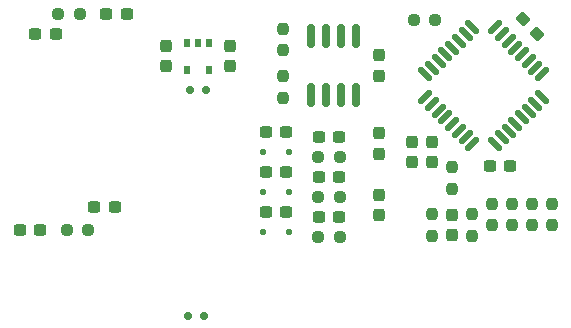
<source format=gbr>
%TF.GenerationSoftware,KiCad,Pcbnew,8.0.6-8.0.6-0~ubuntu22.04.1*%
%TF.CreationDate,2024-11-01T23:26:47+09:00*%
%TF.ProjectId,blmd_hardware,626c6d64-5f68-4617-9264-776172652e6b,rev?*%
%TF.SameCoordinates,Original*%
%TF.FileFunction,Paste,Bot*%
%TF.FilePolarity,Positive*%
%FSLAX46Y46*%
G04 Gerber Fmt 4.6, Leading zero omitted, Abs format (unit mm)*
G04 Created by KiCad (PCBNEW 8.0.6-8.0.6-0~ubuntu22.04.1) date 2024-11-01 23:26:47*
%MOMM*%
%LPD*%
G01*
G04 APERTURE LIST*
G04 Aperture macros list*
%AMRoundRect*
0 Rectangle with rounded corners*
0 $1 Rounding radius*
0 $2 $3 $4 $5 $6 $7 $8 $9 X,Y pos of 4 corners*
0 Add a 4 corners polygon primitive as box body*
4,1,4,$2,$3,$4,$5,$6,$7,$8,$9,$2,$3,0*
0 Add four circle primitives for the rounded corners*
1,1,$1+$1,$2,$3*
1,1,$1+$1,$4,$5*
1,1,$1+$1,$6,$7*
1,1,$1+$1,$8,$9*
0 Add four rect primitives between the rounded corners*
20,1,$1+$1,$2,$3,$4,$5,0*
20,1,$1+$1,$4,$5,$6,$7,0*
20,1,$1+$1,$6,$7,$8,$9,0*
20,1,$1+$1,$8,$9,$2,$3,0*%
G04 Aperture macros list end*
%ADD10RoundRect,0.237500X0.237500X-0.250000X0.237500X0.250000X-0.237500X0.250000X-0.237500X-0.250000X0*%
%ADD11RoundRect,0.150000X-0.150000X-0.200000X0.150000X-0.200000X0.150000X0.200000X-0.150000X0.200000X0*%
%ADD12RoundRect,0.237500X0.237500X-0.300000X0.237500X0.300000X-0.237500X0.300000X-0.237500X-0.300000X0*%
%ADD13R,0.510000X0.700000*%
%ADD14RoundRect,0.237500X-0.300000X-0.237500X0.300000X-0.237500X0.300000X0.237500X-0.300000X0.237500X0*%
%ADD15RoundRect,0.237500X0.300000X0.237500X-0.300000X0.237500X-0.300000X-0.237500X0.300000X-0.237500X0*%
%ADD16RoundRect,0.237500X-0.237500X0.250000X-0.237500X-0.250000X0.237500X-0.250000X0.237500X0.250000X0*%
%ADD17RoundRect,0.237500X-0.250000X-0.237500X0.250000X-0.237500X0.250000X0.237500X-0.250000X0.237500X0*%
%ADD18RoundRect,0.125000X0.125000X0.125000X-0.125000X0.125000X-0.125000X-0.125000X0.125000X-0.125000X0*%
%ADD19RoundRect,0.237500X0.250000X0.237500X-0.250000X0.237500X-0.250000X-0.237500X0.250000X-0.237500X0*%
%ADD20RoundRect,0.150000X-0.150000X0.825000X-0.150000X-0.825000X0.150000X-0.825000X0.150000X0.825000X0*%
%ADD21RoundRect,0.237500X-0.237500X0.300000X-0.237500X-0.300000X0.237500X-0.300000X0.237500X0.300000X0*%
%ADD22RoundRect,0.237500X0.380070X-0.044194X-0.044194X0.380070X-0.380070X0.044194X0.044194X-0.380070X0*%
%ADD23RoundRect,0.125000X0.353553X0.530330X-0.530330X-0.353553X-0.353553X-0.530330X0.530330X0.353553X0*%
%ADD24RoundRect,0.125000X-0.353553X0.530330X-0.530330X0.353553X0.353553X-0.530330X0.530330X-0.353553X0*%
G04 APERTURE END LIST*
D10*
%TO.C,R1*%
X76200000Y-58612500D03*
X76200000Y-56787500D03*
%TD*%
D11*
%TO.C,D1*%
X69530000Y-77100000D03*
X68130000Y-77100000D03*
%TD*%
D12*
%TO.C,C10*%
X87100000Y-64062500D03*
X87100000Y-62337500D03*
%TD*%
D13*
%TO.C,U8*%
X68050000Y-53940000D03*
X69000000Y-53940000D03*
X69950000Y-53940000D03*
X69950000Y-56260000D03*
X68050000Y-56260000D03*
%TD*%
D14*
%TO.C,C6*%
X79237500Y-65300000D03*
X80962500Y-65300000D03*
%TD*%
D15*
%TO.C,C21*%
X95462500Y-64400000D03*
X93737500Y-64400000D03*
%TD*%
D12*
%TO.C,C19*%
X71700000Y-55962500D03*
X71700000Y-54237500D03*
%TD*%
D14*
%TO.C,C3*%
X74737500Y-64900000D03*
X76462500Y-64900000D03*
%TD*%
%TO.C,C15*%
X60237500Y-67900000D03*
X61962500Y-67900000D03*
%TD*%
D16*
%TO.C,R12*%
X92200000Y-68487500D03*
X92200000Y-70312500D03*
%TD*%
D10*
%TO.C,R16*%
X97300000Y-69412500D03*
X97300000Y-67587500D03*
%TD*%
D14*
%TO.C,C18*%
X61237500Y-51500000D03*
X62962500Y-51500000D03*
%TD*%
D12*
%TO.C,C22*%
X88800000Y-64062500D03*
X88800000Y-62337500D03*
%TD*%
D10*
%TO.C,R18*%
X93900000Y-69412500D03*
X93900000Y-67587500D03*
%TD*%
D17*
%TO.C,R23*%
X57887500Y-69800000D03*
X59712500Y-69800000D03*
%TD*%
D10*
%TO.C,R17*%
X95600000Y-69412500D03*
X95600000Y-67587500D03*
%TD*%
D11*
%TO.C,D5*%
X69700000Y-58000000D03*
X68300000Y-58000000D03*
%TD*%
D14*
%TO.C,C2*%
X74737500Y-68300000D03*
X76462500Y-68300000D03*
%TD*%
D12*
%TO.C,C8*%
X84300000Y-68562500D03*
X84300000Y-66837500D03*
%TD*%
D18*
%TO.C,D4*%
X76700000Y-63200000D03*
X74500000Y-63200000D03*
%TD*%
D12*
%TO.C,C9*%
X84300000Y-63362500D03*
X84300000Y-61637500D03*
%TD*%
D14*
%TO.C,C5*%
X79237500Y-68700000D03*
X80962500Y-68700000D03*
%TD*%
D19*
%TO.C,R24*%
X59012500Y-51500000D03*
X57187500Y-51500000D03*
%TD*%
%TO.C,R11*%
X81012500Y-63600000D03*
X79187500Y-63600000D03*
%TD*%
D18*
%TO.C,D3*%
X76700000Y-66600000D03*
X74500000Y-66600000D03*
%TD*%
%TO.C,D2*%
X76700000Y-70000000D03*
X74500000Y-70000000D03*
%TD*%
D14*
%TO.C,C7*%
X79237500Y-61900000D03*
X80962500Y-61900000D03*
%TD*%
%TO.C,C4*%
X74737500Y-61500000D03*
X76462500Y-61500000D03*
%TD*%
D15*
%TO.C,C17*%
X55662500Y-69800000D03*
X53937500Y-69800000D03*
%TD*%
D20*
%TO.C,U9*%
X78595000Y-53425000D03*
X79865000Y-53425000D03*
X81135000Y-53425000D03*
X82405000Y-53425000D03*
X82405000Y-58375000D03*
X81135000Y-58375000D03*
X79865000Y-58375000D03*
X78595000Y-58375000D03*
%TD*%
D21*
%TO.C,C14*%
X84300000Y-55037500D03*
X84300000Y-56762500D03*
%TD*%
D15*
%TO.C,C16*%
X56962500Y-53200000D03*
X55237500Y-53200000D03*
%TD*%
D19*
%TO.C,R10*%
X81012500Y-67000000D03*
X79187500Y-67000000D03*
%TD*%
%TO.C,R19*%
X89112500Y-52000000D03*
X87287500Y-52000000D03*
%TD*%
D16*
%TO.C,R14*%
X90500000Y-64487500D03*
X90500000Y-66312500D03*
%TD*%
D22*
%TO.C,C13*%
X97709880Y-53209880D03*
X96490120Y-51990120D03*
%TD*%
D12*
%TO.C,C20*%
X66300000Y-55962500D03*
X66300000Y-54237500D03*
%TD*%
D19*
%TO.C,R9*%
X81012500Y-70400000D03*
X79187500Y-70400000D03*
%TD*%
D10*
%TO.C,R15*%
X99000000Y-69412500D03*
X99000000Y-67587500D03*
%TD*%
D16*
%TO.C,R2*%
X76200000Y-52787500D03*
X76200000Y-54612500D03*
%TD*%
D23*
%TO.C,U10*%
X94172272Y-52667930D03*
X94737957Y-53233616D03*
X95303643Y-53799301D03*
X95869328Y-54364986D03*
X96435014Y-54930672D03*
X97000699Y-55496357D03*
X97566384Y-56062043D03*
X98132070Y-56627728D03*
D24*
X98132070Y-58572272D03*
X97566384Y-59137957D03*
X97000699Y-59703643D03*
X96435014Y-60269328D03*
X95869328Y-60835014D03*
X95303643Y-61400699D03*
X94737957Y-61966384D03*
X94172272Y-62532070D03*
D23*
X92227728Y-62532070D03*
X91662043Y-61966384D03*
X91096357Y-61400699D03*
X90530672Y-60835014D03*
X89964986Y-60269328D03*
X89399301Y-59703643D03*
X88833616Y-59137957D03*
X88267930Y-58572272D03*
D24*
X88267930Y-56627728D03*
X88833616Y-56062043D03*
X89399301Y-55496357D03*
X89964986Y-54930672D03*
X90530672Y-54364986D03*
X91096357Y-53799301D03*
X91662043Y-53233616D03*
X92227728Y-52667930D03*
%TD*%
D12*
%TO.C,C11*%
X90500000Y-70262500D03*
X90500000Y-68537500D03*
%TD*%
D16*
%TO.C,R13*%
X88800000Y-68487500D03*
X88800000Y-70312500D03*
%TD*%
M02*

</source>
